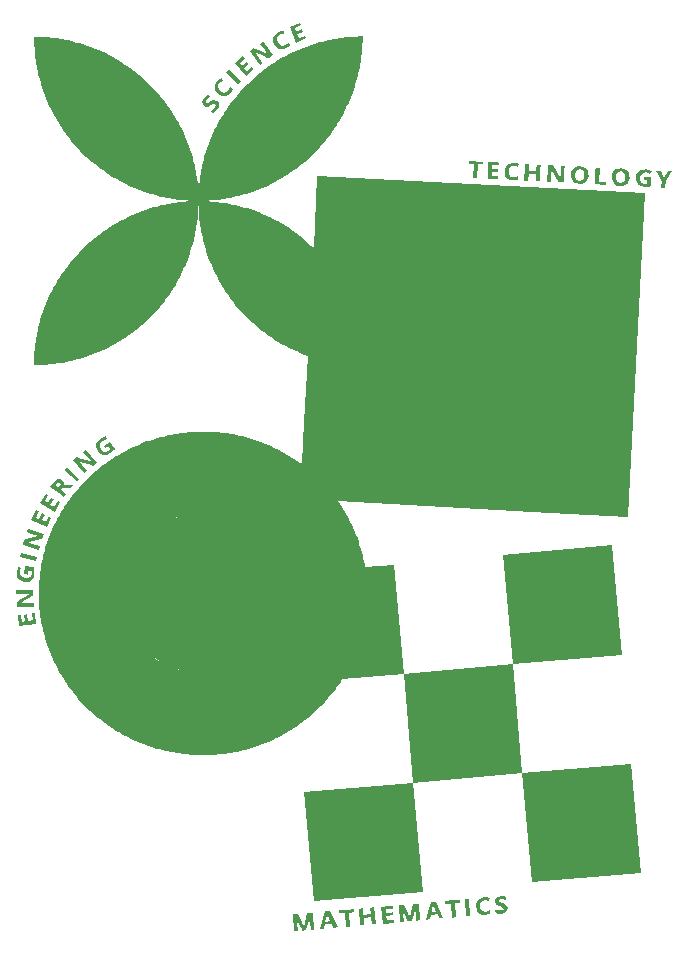
<source format=gbr>
%TF.GenerationSoftware,KiCad,Pcbnew,7.0.10*%
%TF.CreationDate,2024-05-13T16:35:13+02:00*%
%TF.ProjectId,MINT-Labs,4d494e54-2d4c-4616-9273-2e6b69636164,rev?*%
%TF.SameCoordinates,Original*%
%TF.FileFunction,Soldermask,Top*%
%TF.FilePolarity,Negative*%
%FSLAX46Y46*%
G04 Gerber Fmt 4.6, Leading zero omitted, Abs format (unit mm)*
G04 Created by KiCad (PCBNEW 7.0.10) date 2024-05-13 16:35:13*
%MOMM*%
%LPD*%
G01*
G04 APERTURE LIST*
G04 APERTURE END LIST*
%TO.C,die_lustigen_vier*%
G36*
X164963261Y-77663192D02*
G01*
X164251125Y-91242345D01*
X150477753Y-90514024D01*
X151189890Y-76934871D01*
X164963261Y-77663192D01*
G37*
G36*
X135150126Y-98232862D02*
G01*
X135400342Y-98246205D01*
X135648135Y-98268255D01*
X135893347Y-98298857D01*
X136135823Y-98337856D01*
X136375406Y-98385098D01*
X136611939Y-98440429D01*
X136845265Y-98503693D01*
X137075228Y-98574737D01*
X137301671Y-98653406D01*
X137524437Y-98739546D01*
X137743370Y-98833001D01*
X137958314Y-98933617D01*
X138169110Y-99041241D01*
X138375604Y-99155716D01*
X138577638Y-99276890D01*
X138775055Y-99404606D01*
X138967699Y-99538712D01*
X139155413Y-99679051D01*
X139338041Y-99825470D01*
X139515426Y-99977815D01*
X139687410Y-100135930D01*
X139853839Y-100299661D01*
X140014554Y-100468853D01*
X140169400Y-100643353D01*
X140318219Y-100823005D01*
X140460855Y-101007655D01*
X140597152Y-101197149D01*
X140726952Y-101391332D01*
X140850099Y-101590049D01*
X140966437Y-101793146D01*
X141075808Y-102000469D01*
X141178056Y-102211862D01*
X141273025Y-102427172D01*
X141360557Y-102646243D01*
X141440497Y-102868922D01*
X141512686Y-103095054D01*
X141576970Y-103324483D01*
X141633191Y-103557057D01*
X141681192Y-103792620D01*
X141720817Y-104031017D01*
X141751909Y-104272095D01*
X141774312Y-104515698D01*
X141787868Y-104761673D01*
X141792422Y-105009864D01*
X141787868Y-105259087D01*
X141774312Y-105506000D01*
X141751909Y-105750453D01*
X141720817Y-105992293D01*
X141681192Y-106231371D01*
X141633191Y-106467534D01*
X141576970Y-106700630D01*
X141512686Y-106930510D01*
X141440497Y-107157021D01*
X141360557Y-107380012D01*
X141273025Y-107599332D01*
X141178056Y-107814829D01*
X141075808Y-108026353D01*
X140966437Y-108233751D01*
X140850099Y-108436872D01*
X140726952Y-108635566D01*
X140597152Y-108829680D01*
X140460855Y-109019064D01*
X140318219Y-109203567D01*
X140169400Y-109383035D01*
X140014554Y-109557320D01*
X139853839Y-109726268D01*
X139687410Y-109889730D01*
X139515426Y-110047553D01*
X139338041Y-110199586D01*
X139155413Y-110345678D01*
X138967699Y-110485678D01*
X138775055Y-110619433D01*
X138577638Y-110746794D01*
X138375604Y-110867608D01*
X138169110Y-110981725D01*
X137958314Y-111088992D01*
X137743370Y-111189259D01*
X137524437Y-111282374D01*
X137301671Y-111368187D01*
X137075228Y-111446544D01*
X136845265Y-111517296D01*
X136611939Y-111580291D01*
X136375406Y-111635378D01*
X136135823Y-111682405D01*
X135893347Y-111721221D01*
X135648135Y-111751675D01*
X135400342Y-111773614D01*
X135150126Y-111786889D01*
X134897643Y-111791348D01*
X134645161Y-111786866D01*
X134394945Y-111773523D01*
X134147152Y-111751473D01*
X133901939Y-111720871D01*
X133659463Y-111681872D01*
X133419881Y-111634630D01*
X133183348Y-111579299D01*
X132950022Y-111516035D01*
X132720059Y-111444991D01*
X132493616Y-111366322D01*
X132270849Y-111280182D01*
X132051916Y-111186727D01*
X131836973Y-111086111D01*
X131626176Y-110978487D01*
X131419683Y-110864012D01*
X131217649Y-110742838D01*
X131020232Y-110615122D01*
X130827588Y-110481016D01*
X130639874Y-110340677D01*
X130457246Y-110194258D01*
X130279861Y-110041913D01*
X130107876Y-109883798D01*
X129941448Y-109720067D01*
X129780732Y-109550875D01*
X129625887Y-109376375D01*
X129477067Y-109196723D01*
X129334431Y-109012073D01*
X129198135Y-108822579D01*
X129068335Y-108628396D01*
X128945187Y-108429679D01*
X128828850Y-108226582D01*
X128719479Y-108019259D01*
X128617230Y-107807866D01*
X128522262Y-107592556D01*
X128434730Y-107373485D01*
X128354790Y-107150806D01*
X128282600Y-106924674D01*
X128218317Y-106695245D01*
X128162096Y-106462671D01*
X128114095Y-106227108D01*
X128074470Y-105988711D01*
X128043378Y-105747633D01*
X128020975Y-105504030D01*
X128007419Y-105258055D01*
X128002865Y-105009864D01*
X128007419Y-104761673D01*
X128020975Y-104515698D01*
X128043378Y-104272095D01*
X128074470Y-104031017D01*
X128114095Y-103792620D01*
X128162096Y-103557057D01*
X128218317Y-103324483D01*
X128282600Y-103095054D01*
X128354790Y-102868922D01*
X128434730Y-102646243D01*
X128522262Y-102427172D01*
X128617230Y-102211862D01*
X128719479Y-102000469D01*
X128828850Y-101793146D01*
X128945187Y-101590049D01*
X129068335Y-101391332D01*
X129198135Y-101197149D01*
X129334431Y-101007655D01*
X129477067Y-100823005D01*
X129625887Y-100643353D01*
X129780732Y-100468853D01*
X129941448Y-100299661D01*
X130107876Y-100135930D01*
X130279861Y-99977815D01*
X130457246Y-99825470D01*
X130639874Y-99679051D01*
X130827588Y-99538712D01*
X131020232Y-99404606D01*
X131217649Y-99276890D01*
X131419683Y-99155716D01*
X131626176Y-99041241D01*
X131836973Y-98933617D01*
X132051916Y-98833001D01*
X132270849Y-98739546D01*
X132493616Y-98653406D01*
X132720059Y-98574737D01*
X132950022Y-98503693D01*
X133183348Y-98440429D01*
X133419881Y-98385098D01*
X133659463Y-98337856D01*
X133901939Y-98298857D01*
X134147152Y-98268255D01*
X134394945Y-98246205D01*
X134645161Y-98232862D01*
X134897643Y-98228380D01*
X135150126Y-98232862D01*
G37*
G36*
X167034673Y-68897420D02*
G01*
X167216904Y-68974149D01*
X167363167Y-69086844D01*
X167363167Y-69103029D01*
X167455481Y-69249293D01*
X167508232Y-69431523D01*
X167525017Y-69653316D01*
X167487851Y-69874510D01*
X167411123Y-70052544D01*
X167298428Y-70187419D01*
X167147968Y-70279733D01*
X166957945Y-70332484D01*
X166748140Y-70348066D01*
X166731955Y-70349268D01*
X166510162Y-70312103D01*
X166327932Y-70235374D01*
X166181668Y-70122679D01*
X166089354Y-69965026D01*
X166036603Y-69778600D01*
X166021040Y-69572392D01*
X166375887Y-69572392D01*
X166386002Y-69788865D01*
X166456812Y-69944645D01*
X166578198Y-70039731D01*
X166748140Y-70074124D01*
X166968735Y-70024371D01*
X167110203Y-69870314D01*
X167168948Y-69604762D01*
X167156304Y-69389805D01*
X167092070Y-69232508D01*
X166973212Y-69135904D01*
X166796695Y-69103029D01*
X166618661Y-69129329D01*
X166489181Y-69216323D01*
X166414326Y-69364011D01*
X166375887Y-69572392D01*
X166021040Y-69572392D01*
X166019819Y-69556207D01*
X166056984Y-69335013D01*
X166133712Y-69156979D01*
X166246407Y-69022104D01*
X166396867Y-68922597D01*
X166586890Y-68873443D01*
X166812880Y-68860255D01*
X167034673Y-68897420D01*
G37*
G36*
X170498247Y-69075455D02*
G01*
X170680478Y-69152183D01*
X170826741Y-69264878D01*
X170826741Y-69281063D01*
X170919055Y-69427327D01*
X170971806Y-69609557D01*
X170988591Y-69831350D01*
X170951425Y-70052544D01*
X170874697Y-70230579D01*
X170762002Y-70365453D01*
X170611542Y-70457767D01*
X170421519Y-70510518D01*
X170211714Y-70526100D01*
X170195529Y-70527302D01*
X169973736Y-70490137D01*
X169791506Y-70413408D01*
X169645242Y-70300713D01*
X169552928Y-70143060D01*
X169500177Y-69956634D01*
X169484614Y-69750426D01*
X169839461Y-69750426D01*
X169849577Y-69966899D01*
X169920386Y-70122679D01*
X170041773Y-70217766D01*
X170211714Y-70252159D01*
X170432309Y-70202405D01*
X170573777Y-70048348D01*
X170632522Y-69782796D01*
X170619878Y-69567840D01*
X170555644Y-69410542D01*
X170436786Y-69313939D01*
X170260269Y-69281063D01*
X170082235Y-69307364D01*
X169952755Y-69394357D01*
X169871831Y-69542045D01*
X169839461Y-69750426D01*
X169484614Y-69750426D01*
X169483393Y-69734241D01*
X169520558Y-69513047D01*
X169597287Y-69335013D01*
X169709982Y-69200138D01*
X169860441Y-69100631D01*
X170050464Y-69051477D01*
X170276454Y-69038289D01*
X170498247Y-69075455D01*
G37*
G36*
X164580267Y-68877605D02*
G01*
X164736807Y-69150548D01*
X164923646Y-69476318D01*
X165080186Y-69749261D01*
X165145833Y-69863720D01*
X165145833Y-69633085D01*
X165145833Y-69475282D01*
X165154225Y-69303242D01*
X165169810Y-68983740D01*
X165178202Y-68811700D01*
X165485716Y-68811700D01*
X165479722Y-68917127D01*
X165464736Y-69180357D01*
X165445254Y-69521814D01*
X165425772Y-69861922D01*
X165410786Y-70121106D01*
X165404791Y-70219789D01*
X164983983Y-70219789D01*
X164918337Y-70103646D01*
X164761797Y-69826689D01*
X164574958Y-69496128D01*
X164418417Y-69219172D01*
X164352771Y-69103029D01*
X164352771Y-69347826D01*
X164352771Y-69507652D01*
X164344379Y-69679692D01*
X164328794Y-69999194D01*
X164320401Y-70171234D01*
X164012888Y-70171234D01*
X164018882Y-70065807D01*
X164033868Y-69802577D01*
X164053350Y-69461120D01*
X164072832Y-69121012D01*
X164087818Y-68861828D01*
X164093812Y-68763145D01*
X164514620Y-68763145D01*
X164580267Y-68877605D01*
G37*
G36*
X162459135Y-69232508D02*
G01*
X163090347Y-69264878D01*
X163098739Y-69118614D01*
X163114325Y-68850064D01*
X163122717Y-68714591D01*
X163462600Y-68714591D01*
X163456606Y-68820017D01*
X163441620Y-69083247D01*
X163422138Y-69424704D01*
X163402656Y-69764812D01*
X163387670Y-70023996D01*
X163381676Y-70122679D01*
X163041792Y-70122679D01*
X163074162Y-69507652D01*
X162442950Y-69475282D01*
X162434558Y-69634134D01*
X162418972Y-69926062D01*
X162410580Y-70074124D01*
X162070697Y-70074124D01*
X162076691Y-69968698D01*
X162091677Y-69705468D01*
X162111159Y-69364011D01*
X162130641Y-69023903D01*
X162145627Y-68764719D01*
X162151621Y-68666036D01*
X162491505Y-68666036D01*
X162459135Y-69232508D01*
G37*
G36*
X173610549Y-69248693D02*
G01*
X173901877Y-69847535D01*
X173994191Y-69701272D01*
X174165632Y-69432722D01*
X174257946Y-69297248D01*
X174614014Y-69297248D01*
X174047542Y-70138864D01*
X174039149Y-70280932D01*
X174023564Y-70541689D01*
X174015172Y-70672967D01*
X173675288Y-70672967D01*
X173707658Y-70122679D01*
X173631791Y-69981314D01*
X173464884Y-69671524D01*
X173297977Y-69364769D01*
X173222110Y-69232508D01*
X173594364Y-69232508D01*
X173610549Y-69248693D01*
G37*
G36*
X172621245Y-69157653D02*
G01*
X172849857Y-69232508D01*
X172720378Y-69475282D01*
X172548413Y-69402450D01*
X172364309Y-69378173D01*
X172168067Y-69398404D01*
X172008241Y-69491467D01*
X171905062Y-69651293D01*
X171862577Y-69847535D01*
X171872692Y-70049847D01*
X171943501Y-70203604D01*
X172072981Y-70312852D01*
X172251015Y-70349268D01*
X172461419Y-70349268D01*
X172461419Y-70195511D01*
X172461419Y-70041755D01*
X172153905Y-70041755D01*
X172186275Y-70025570D01*
X172186275Y-69766611D01*
X172817487Y-69798981D01*
X172785117Y-70543487D01*
X172639453Y-70579903D01*
X172493789Y-70592042D01*
X172362286Y-70592042D01*
X172218645Y-70592042D01*
X172004644Y-70554877D01*
X171823013Y-70478148D01*
X171684542Y-70365453D01*
X171592228Y-70219189D01*
X171539478Y-70036959D01*
X171522693Y-69815166D01*
X171553265Y-69597568D01*
X171637786Y-69423131D01*
X171765467Y-69281063D01*
X171932112Y-69181556D01*
X172138320Y-69132401D01*
X172380494Y-69119214D01*
X172621245Y-69157653D01*
G37*
G36*
X161439485Y-68609389D02*
G01*
X161666074Y-68698406D01*
X161536594Y-68941180D01*
X161358560Y-68860255D01*
X161390930Y-68827885D01*
X161212896Y-68795515D01*
X161040931Y-68821816D01*
X160905382Y-68908810D01*
X160810296Y-69062567D01*
X160775903Y-69264878D01*
X160790823Y-69479834D01*
X160858850Y-69637131D01*
X160978467Y-69733735D01*
X161148156Y-69766611D01*
X161324167Y-69766611D01*
X161536594Y-69718056D01*
X161536594Y-69977015D01*
X161330236Y-70019500D01*
X161099601Y-70025570D01*
X160889797Y-69999794D01*
X160715958Y-69927261D01*
X160581684Y-69815166D01*
X160482176Y-69668902D01*
X160433022Y-69486672D01*
X160419834Y-69264878D01*
X160458274Y-69058520D01*
X160533129Y-68876440D01*
X160652493Y-68730776D01*
X160808273Y-68633666D01*
X160998445Y-68577019D01*
X161212896Y-68568926D01*
X161439485Y-68609389D01*
G37*
G36*
X158574753Y-68455632D02*
G01*
X158574753Y-68682221D01*
X158137760Y-68682221D01*
X158131027Y-68804967D01*
X158114971Y-69097073D01*
X158095808Y-69444337D01*
X158079753Y-69732558D01*
X158073020Y-69847535D01*
X157733137Y-69847535D01*
X157797876Y-68666036D01*
X157587472Y-68657943D01*
X157377068Y-68649851D01*
X157377068Y-68390892D01*
X158574753Y-68455632D01*
G37*
G36*
X159185734Y-68495588D02*
G01*
X159497294Y-68512279D01*
X159808853Y-68528970D01*
X159950471Y-68536556D01*
X159950471Y-68779330D01*
X159798813Y-68770938D01*
X159514078Y-68755353D01*
X159351629Y-68746960D01*
X159351629Y-69054474D01*
X159610588Y-69070659D01*
X159869547Y-69086844D01*
X159869547Y-69329618D01*
X159730476Y-69321226D01*
X159469120Y-69305640D01*
X159319259Y-69297248D01*
X159319259Y-69669501D01*
X159901917Y-69701871D01*
X159885732Y-69718056D01*
X159885732Y-69960830D01*
X158963191Y-69912275D01*
X159044116Y-68488002D01*
X159185734Y-68495588D01*
G37*
G36*
X168382818Y-70155049D02*
G01*
X168546465Y-70163441D01*
X168850382Y-70179027D01*
X169014030Y-70187419D01*
X169014030Y-70430193D01*
X168026749Y-70381638D01*
X168032744Y-70276211D01*
X168047730Y-70012981D01*
X168067212Y-69671524D01*
X168086693Y-69331416D01*
X168101680Y-69072233D01*
X168107674Y-68973549D01*
X168447557Y-68973549D01*
X168382818Y-70155049D01*
G37*
G36*
X140806997Y-59455878D02*
G01*
X140450929Y-59698652D01*
X140326369Y-59648155D01*
X140029344Y-59527739D01*
X139674829Y-59384017D01*
X139377803Y-59263601D01*
X139253244Y-59213104D01*
X139413070Y-59405300D01*
X139512203Y-59536802D01*
X139900641Y-60087090D01*
X139657867Y-60265124D01*
X138832436Y-59099809D01*
X139172320Y-58857035D01*
X139295195Y-58905849D01*
X139588207Y-59022251D01*
X139937931Y-59161183D01*
X140230943Y-59277585D01*
X140353819Y-59326398D01*
X140208155Y-59142295D01*
X140111045Y-59018885D01*
X139722607Y-58468597D01*
X139965381Y-58290563D01*
X139981566Y-58290563D01*
X140806997Y-59455878D01*
G37*
G36*
X138427813Y-59731021D02*
G01*
X137990820Y-60103275D01*
X138201224Y-60346049D01*
X138605847Y-59989980D01*
X138767696Y-60184199D01*
X138363073Y-60540268D01*
X138605847Y-60815412D01*
X139042840Y-60443158D01*
X139042840Y-60426973D01*
X139204689Y-60621192D01*
X138508738Y-61220035D01*
X137570012Y-60135645D01*
X138265964Y-59536802D01*
X138427813Y-59731021D01*
G37*
G36*
X143153811Y-56931029D02*
G01*
X142619709Y-57157618D01*
X142749188Y-57448947D01*
X143250921Y-57238543D01*
X143348030Y-57465132D01*
X142846298Y-57675536D01*
X142991962Y-58015419D01*
X143526064Y-57788830D01*
X143509880Y-57805015D01*
X143606989Y-58031604D01*
X142765373Y-58387673D01*
X142215086Y-57060509D01*
X143056702Y-56704440D01*
X143153811Y-56931029D01*
G37*
G36*
X136566547Y-61608473D02*
G01*
X136404697Y-61705582D01*
X136388512Y-61705582D01*
X136242848Y-61818877D01*
X136151808Y-61966564D01*
X136145738Y-62126391D01*
X136206432Y-62294309D01*
X136339958Y-62450089D01*
X136515969Y-62568694D01*
X136679841Y-62609915D01*
X136831575Y-62575269D01*
X136971170Y-62466274D01*
X137076372Y-62312517D01*
X137181574Y-62110206D01*
X137375793Y-62272055D01*
X137286776Y-62464251D01*
X137149204Y-62644308D01*
X136986755Y-62794768D01*
X136820710Y-62887681D01*
X136647471Y-62919452D01*
X136469437Y-62896673D01*
X136291403Y-62823541D01*
X136113369Y-62692863D01*
X135981866Y-62537083D01*
X135886780Y-62369164D01*
X135854410Y-62183038D01*
X135870595Y-61996911D01*
X135943427Y-61812808D01*
X136064814Y-61640843D01*
X136246894Y-61485063D01*
X136453252Y-61365699D01*
X136566547Y-61608473D01*
G37*
G36*
X135449787Y-62968007D02*
G01*
X135271752Y-63097486D01*
X135158458Y-63210781D01*
X135109903Y-63356445D01*
X135158458Y-63453554D01*
X135223198Y-63485924D01*
X135304122Y-63469739D01*
X135514526Y-63356445D01*
X135708745Y-63261358D01*
X135854410Y-63226965D01*
X135838225Y-63210781D01*
X136080999Y-63291705D01*
X136204409Y-63427254D01*
X136242848Y-63599219D01*
X136204409Y-63803553D01*
X136080999Y-64020027D01*
X135923196Y-64198061D01*
X135741115Y-64327540D01*
X135514526Y-64165691D01*
X135654121Y-64078697D01*
X135757300Y-64003842D01*
X135902965Y-63858178D01*
X135967704Y-63696328D01*
X135919150Y-63583034D01*
X135838225Y-63566849D01*
X135741115Y-63583034D01*
X135546896Y-63696328D01*
X135320307Y-63809623D01*
X135142273Y-63809623D01*
X134980424Y-63744883D01*
X134857014Y-63611357D01*
X134818575Y-63453554D01*
X134854991Y-63259335D01*
X134964239Y-63065116D01*
X135126088Y-62887082D01*
X135320307Y-62741418D01*
X135449787Y-62968007D01*
G37*
G36*
X141697168Y-57659351D02*
G01*
X141502949Y-57691721D01*
X141486764Y-57675536D01*
X141324915Y-57740276D01*
X141191389Y-57851547D01*
X141130696Y-57999234D01*
X141134742Y-58179292D01*
X141211620Y-58371488D01*
X141384259Y-58581292D01*
X141578478Y-58658021D01*
X141794277Y-58598077D01*
X141950057Y-58492875D01*
X142117976Y-58339118D01*
X142247455Y-58565707D01*
X142087629Y-58715417D01*
X141891387Y-58840851D01*
X141698367Y-58915781D01*
X141512540Y-58943955D01*
X141341100Y-58921775D01*
X141185245Y-58846246D01*
X141043776Y-58716766D01*
X140920291Y-58533337D01*
X140833298Y-58339118D01*
X140806997Y-58144899D01*
X140825205Y-57960795D01*
X140904107Y-57788830D01*
X141033586Y-57633050D01*
X141211620Y-57513687D01*
X141436186Y-57424670D01*
X141697168Y-57384207D01*
X141697168Y-57659351D01*
G37*
G36*
X138071745Y-61673213D02*
G01*
X137828971Y-61915986D01*
X136825505Y-60896336D01*
X137068279Y-60653562D01*
X138071745Y-61673213D01*
G37*
G36*
X153250746Y-132703197D02*
G01*
X152943232Y-132735567D01*
X152878492Y-132055800D01*
X152878492Y-131942506D01*
X152878492Y-131821119D01*
X152878492Y-131602622D01*
X152570979Y-132751752D01*
X152538609Y-132751752D01*
X152231095Y-132784122D01*
X152180598Y-132671345D01*
X152060182Y-132402417D01*
X151916460Y-132081437D01*
X151796044Y-131812508D01*
X151745547Y-131699732D01*
X151790056Y-131980945D01*
X151810287Y-132152910D01*
X151875027Y-132816492D01*
X151567513Y-132848862D01*
X151438034Y-131424588D01*
X151891212Y-131392218D01*
X151940025Y-131501628D01*
X152056427Y-131762529D01*
X152195359Y-132073927D01*
X152311761Y-132334828D01*
X152360575Y-132444238D01*
X152668088Y-131311294D01*
X153121266Y-131278924D01*
X153250746Y-132703197D01*
G37*
G36*
X144284297Y-133480074D02*
G01*
X143976783Y-133512443D01*
X143912043Y-132832677D01*
X143912043Y-132719382D01*
X143912043Y-132597995D01*
X143912043Y-132379499D01*
X143604530Y-133528628D01*
X143572160Y-133528628D01*
X143264646Y-133560998D01*
X143214149Y-133448222D01*
X143093734Y-133179293D01*
X142950012Y-132858313D01*
X142829596Y-132589385D01*
X142779099Y-132476608D01*
X142823607Y-132757821D01*
X142843838Y-132929786D01*
X142908578Y-133593368D01*
X142601065Y-133625738D01*
X142471585Y-132201464D01*
X142924763Y-132169095D01*
X142973577Y-132278505D01*
X143089979Y-132539406D01*
X143228910Y-132850804D01*
X143345312Y-133111705D01*
X143394126Y-133221115D01*
X143701639Y-132088170D01*
X144154817Y-132055800D01*
X144284297Y-133480074D01*
G37*
G36*
X146267475Y-133286542D02*
G01*
X145918974Y-133318224D01*
X145773310Y-132994526D01*
X145223022Y-133040383D01*
X145190653Y-133043081D01*
X145109728Y-133399149D01*
X144753660Y-133431519D01*
X144939279Y-132799038D01*
X145239506Y-132799038D01*
X145643831Y-132767937D01*
X145531135Y-132515572D01*
X145454407Y-132345930D01*
X145417242Y-132266204D01*
X145384872Y-132169095D01*
X145357897Y-132293179D01*
X145309342Y-132503583D01*
X145239506Y-132799038D01*
X144939279Y-132799038D01*
X145190653Y-131942506D01*
X145595276Y-131910136D01*
X146267475Y-133286542D01*
G37*
G36*
X146275043Y-133302039D02*
G01*
X146267475Y-133286542D01*
X146275043Y-133285855D01*
X146275043Y-133302039D01*
G37*
G36*
X155233922Y-132493481D02*
G01*
X154885423Y-132525163D01*
X154739759Y-132201464D01*
X154205656Y-132245973D01*
X154157101Y-132250019D01*
X154076177Y-132606088D01*
X153720108Y-132638457D01*
X153905727Y-132005976D01*
X154222140Y-132005976D01*
X154626464Y-131974875D01*
X154513769Y-131722511D01*
X154437041Y-131552869D01*
X154399875Y-131473143D01*
X154367505Y-131376033D01*
X154340530Y-131500118D01*
X154291976Y-131710522D01*
X154222140Y-132005976D01*
X153905727Y-132005976D01*
X154157101Y-131149444D01*
X154561724Y-131117074D01*
X155233922Y-132493481D01*
G37*
G36*
X155241491Y-132508978D02*
G01*
X155233922Y-132493481D01*
X155241491Y-132492793D01*
X155241491Y-132508978D01*
G37*
G36*
X149495843Y-133010711D02*
G01*
X149155959Y-133043081D01*
X149107405Y-132428053D01*
X148476192Y-132476608D01*
X148524747Y-133091635D01*
X148184864Y-133124005D01*
X148055384Y-131699732D01*
X148395268Y-131667362D01*
X148443823Y-132233834D01*
X149075035Y-132185280D01*
X149026480Y-131618807D01*
X149366363Y-131586437D01*
X149495843Y-133010711D01*
G37*
G36*
X156601025Y-131214184D02*
G01*
X156164032Y-131246554D01*
X156180217Y-131246554D01*
X156277327Y-132428053D01*
X155937443Y-132460423D01*
X155840334Y-131278924D01*
X155619814Y-131295109D01*
X155387156Y-131311294D01*
X155387156Y-131052335D01*
X155511844Y-131042235D01*
X155809776Y-131018152D01*
X156166751Y-130989408D01*
X156468568Y-130965325D01*
X156601025Y-130955225D01*
X156601025Y-131214184D01*
G37*
G36*
X147634576Y-132007245D02*
G01*
X147197583Y-132039615D01*
X147213768Y-132039615D01*
X147310878Y-133221115D01*
X146970994Y-133253485D01*
X146873885Y-132071985D01*
X146653365Y-132088170D01*
X146420707Y-132104355D01*
X146420707Y-131845396D01*
X146545396Y-131835297D01*
X146843328Y-131811214D01*
X147200302Y-131782469D01*
X147502119Y-131758386D01*
X147634576Y-131748287D01*
X147634576Y-132007245D01*
G37*
G36*
X158901308Y-130752914D02*
G01*
X159142058Y-130809561D01*
X159061134Y-131068520D01*
X158883100Y-131019965D01*
X158883100Y-131003780D01*
X158705065Y-131003780D01*
X158549285Y-131054358D01*
X158429922Y-131165629D01*
X158359113Y-131333548D01*
X158348997Y-131537882D01*
X158419132Y-131791446D01*
X158564796Y-131937111D01*
X158785990Y-131974875D01*
X158972117Y-131936436D01*
X159206798Y-131861581D01*
X159206798Y-132120540D01*
X159000440Y-132201464D01*
X158769805Y-132233834D01*
X158548012Y-132232036D01*
X158365781Y-132187078D01*
X158219518Y-132088170D01*
X158106823Y-131946102D01*
X158030094Y-131771665D01*
X157992929Y-131554067D01*
X157992929Y-131333548D01*
X158041483Y-131149444D01*
X158144662Y-130993664D01*
X158284257Y-130874301D01*
X158466338Y-130779214D01*
X158672696Y-130744821D01*
X158901308Y-130752914D01*
G37*
G36*
X160566332Y-130696266D02*
G01*
X160485407Y-130939040D01*
X160275003Y-130890485D01*
X160113154Y-130890485D01*
X159967490Y-130939040D01*
X159918935Y-131052335D01*
X159951305Y-131117074D01*
X160016044Y-131165629D01*
X160242633Y-131246554D01*
X160440899Y-131321409D01*
X160566332Y-131408403D01*
X160566332Y-131424588D01*
X160663441Y-131651177D01*
X160641187Y-131831234D01*
X160533962Y-131974875D01*
X160353905Y-132078054D01*
X160113154Y-132120540D01*
X159874426Y-132120540D01*
X159659976Y-132071985D01*
X159627606Y-131796841D01*
X159777317Y-131841350D01*
X159902750Y-131861581D01*
X160113154Y-131861581D01*
X160275003Y-131813026D01*
X160323558Y-131699732D01*
X160291188Y-131634992D01*
X160210263Y-131586437D01*
X159999859Y-131505513D01*
X159773270Y-131408403D01*
X159643791Y-131278924D01*
X159579051Y-131100889D01*
X159599283Y-130928925D01*
X159692346Y-130793376D01*
X159862288Y-130690197D01*
X160080784Y-130647712D01*
X160323558Y-130647712D01*
X160566332Y-130696266D01*
G37*
G36*
X150920116Y-131715917D02*
G01*
X150337459Y-131764471D01*
X150369829Y-132071985D01*
X150513095Y-132059397D01*
X150782245Y-132036019D01*
X150936301Y-132023430D01*
X150936301Y-132266204D01*
X150402199Y-132314759D01*
X150434568Y-132687012D01*
X151017226Y-132638457D01*
X151017226Y-132654642D01*
X151017226Y-132897416D01*
X150110870Y-132978341D01*
X149981391Y-131554067D01*
X150125790Y-131541423D01*
X150444684Y-131513605D01*
X150766612Y-131485787D01*
X150920116Y-131473143D01*
X150920116Y-131715917D01*
G37*
G36*
X157507381Y-132314759D02*
G01*
X157167497Y-132347129D01*
X157038018Y-130922855D01*
X157377902Y-130890485D01*
X157507381Y-132314759D01*
G37*
G36*
X124949425Y-92851437D02*
G01*
X125888151Y-93935827D01*
X125564452Y-94210970D01*
X125436527Y-94172256D01*
X125131473Y-94079937D01*
X124767377Y-93969750D01*
X124462324Y-93877431D01*
X124334398Y-93838717D01*
X124502317Y-94008659D01*
X124609542Y-94130046D01*
X125046535Y-94647963D01*
X124819946Y-94842183D01*
X123881220Y-93757792D01*
X124204919Y-93482649D01*
X124332844Y-93519680D01*
X124637898Y-93607985D01*
X125001994Y-93713381D01*
X125307047Y-93801686D01*
X125434973Y-93838717D01*
X125267054Y-93668775D01*
X125159829Y-93547388D01*
X124722836Y-93029471D01*
X124949425Y-92835252D01*
X124949425Y-92851437D01*
G37*
G36*
X121404927Y-99988989D02*
G01*
X121275447Y-100393612D01*
X121145838Y-100427277D01*
X120836771Y-100507554D01*
X120467884Y-100603369D01*
X120158817Y-100683646D01*
X120029208Y-100717311D01*
X120259843Y-100780027D01*
X120417646Y-100830605D01*
X121048858Y-101041009D01*
X120951749Y-101332338D01*
X119592215Y-100879160D01*
X119721694Y-100474537D01*
X119851303Y-100440872D01*
X120160370Y-100360595D01*
X120529257Y-100264780D01*
X120838325Y-100184503D01*
X120967934Y-100150838D01*
X120745391Y-100088122D01*
X120595680Y-100037544D01*
X119948283Y-99827140D01*
X120045393Y-99535811D01*
X121404927Y-99988989D01*
G37*
G36*
X122958679Y-95376285D02*
G01*
X123088159Y-95570504D01*
X123112436Y-95702007D01*
X123088159Y-95845648D01*
X123444227Y-95845648D01*
X123703186Y-95845648D01*
X123865035Y-95845648D01*
X123638446Y-96136977D01*
X122974864Y-96104607D01*
X122958679Y-96088422D01*
X122845385Y-96234086D01*
X123282378Y-96573970D01*
X123071974Y-96849113D01*
X122651166Y-96524490D01*
X121939029Y-95975127D01*
X122029329Y-95859744D01*
X122361507Y-95859744D01*
X122651166Y-96088422D01*
X122715905Y-96007497D01*
X122829200Y-95797093D01*
X122764460Y-95651429D01*
X122602611Y-95619059D01*
X122424577Y-95780908D01*
X122361507Y-95859744D01*
X122029329Y-95859744D01*
X122230358Y-95602874D01*
X122422554Y-95400562D01*
X122602611Y-95295360D01*
X122786715Y-95293337D01*
X122958679Y-95376285D01*
G37*
G36*
X121777180Y-96703449D02*
G01*
X121469666Y-97205182D01*
X121744810Y-97367031D01*
X122019954Y-96913853D01*
X122230358Y-97043332D01*
X121955214Y-97496510D01*
X122262728Y-97690730D01*
X122570241Y-97188997D01*
X122586426Y-97188997D01*
X122796830Y-97318476D01*
X122311282Y-98095353D01*
X121081228Y-97350846D01*
X121566776Y-96573970D01*
X121777180Y-96703449D01*
G37*
G36*
X126713582Y-91961266D02*
G01*
X126537571Y-92007797D01*
X126373699Y-92090745D01*
X126223988Y-92226294D01*
X126147110Y-92398259D01*
X126145087Y-92584385D01*
X126228034Y-92770512D01*
X126373699Y-92928315D01*
X126519363Y-93013286D01*
X126675143Y-93023401D01*
X126843061Y-92948546D01*
X127004911Y-92819067D01*
X126843061Y-92576293D01*
X126614517Y-92719132D01*
X126470808Y-92511553D01*
X127004911Y-92171670D01*
X127409534Y-92786697D01*
X127304332Y-92897968D01*
X127199130Y-92997101D01*
X127085835Y-93078026D01*
X126972541Y-93158950D01*
X126771728Y-93268648D01*
X126585302Y-93313606D01*
X126406068Y-93304615D01*
X126238225Y-93241074D01*
X126088364Y-93119987D01*
X125952891Y-92948546D01*
X125862375Y-92758523D01*
X125822212Y-92572097D01*
X125839596Y-92382074D01*
X125919322Y-92198045D01*
X126056594Y-92032000D01*
X126244219Y-91880341D01*
X126450577Y-91773116D01*
X126681212Y-91702307D01*
X126713582Y-91961266D01*
G37*
G36*
X126616473Y-92721957D02*
G01*
X126584103Y-92738142D01*
X126614517Y-92719132D01*
X126616473Y-92721957D01*
G37*
G36*
X120967934Y-98079168D02*
G01*
X120708975Y-98597085D01*
X120984118Y-98726565D01*
X121226892Y-98241017D01*
X121453481Y-98354311D01*
X121210707Y-98839859D01*
X121550591Y-99001709D01*
X121809550Y-98483791D01*
X122036139Y-98597085D01*
X121631515Y-99422517D01*
X120336721Y-98791304D01*
X120741345Y-97965873D01*
X120967934Y-98079168D01*
G37*
G36*
X120514756Y-105135796D02*
G01*
X120403662Y-105211541D01*
X120138747Y-105392165D01*
X119822559Y-105607748D01*
X119557644Y-105788372D01*
X119446551Y-105864117D01*
X119691348Y-105835794D01*
X119851174Y-105831747D01*
X120027410Y-105831747D01*
X120354705Y-105831747D01*
X120530941Y-105831747D01*
X120530941Y-106139261D01*
X120424240Y-106141659D01*
X120157488Y-106147653D01*
X119810711Y-106155446D01*
X119463934Y-106163239D01*
X119197183Y-106169233D01*
X119090482Y-106171631D01*
X119090482Y-105750823D01*
X119199892Y-105676760D01*
X119460793Y-105500151D01*
X119772191Y-105289358D01*
X120033092Y-105112748D01*
X120142502Y-105038686D01*
X119911867Y-105052848D01*
X119754064Y-105054871D01*
X119577828Y-105054871D01*
X119250533Y-105054871D01*
X119074297Y-105054871D01*
X119074297Y-104747357D01*
X119074297Y-104731172D01*
X119180998Y-104728775D01*
X119447749Y-104722780D01*
X119794526Y-104714987D01*
X120141303Y-104707195D01*
X120408055Y-104701200D01*
X120514756Y-104698802D01*
X120514756Y-105135796D01*
G37*
G36*
X119495105Y-102837536D02*
G01*
X119414181Y-103009501D01*
X119381811Y-103193604D01*
X119393950Y-103389847D01*
X119478920Y-103549673D01*
X119624585Y-103669037D01*
X119818804Y-103727707D01*
X120029208Y-103725684D01*
X120191057Y-103662967D01*
X120308398Y-103541580D01*
X120352906Y-103371639D01*
X120352906Y-103161235D01*
X120061578Y-103128865D01*
X120029208Y-103436378D01*
X119996838Y-103404008D01*
X119737879Y-103371639D01*
X119802619Y-102740426D01*
X120547125Y-102821351D01*
X120575449Y-102967015D01*
X120579495Y-103112680D01*
X120579495Y-103244182D01*
X120579495Y-103387823D01*
X120541730Y-103609017D01*
X120460806Y-103787052D01*
X120336721Y-103921926D01*
X120179068Y-104013041D01*
X119992642Y-104057400D01*
X119770249Y-104051405D01*
X119560444Y-104008845D01*
X119386606Y-103915932D01*
X119252331Y-103776262D01*
X119154023Y-103598228D01*
X119113261Y-103387823D01*
X119122852Y-103145050D01*
X119171407Y-102912391D01*
X119268516Y-102691872D01*
X119495105Y-102837536D01*
G37*
G36*
X120757529Y-107579719D02*
G01*
X119333256Y-107790123D01*
X119203777Y-106883768D01*
X119446551Y-106851398D01*
X119527475Y-107417870D01*
X119834989Y-107369315D01*
X119754064Y-106835213D01*
X119996838Y-106802843D01*
X120077763Y-107336945D01*
X120450016Y-107288391D01*
X120369091Y-106721918D01*
X120385276Y-106705733D01*
X120628050Y-106673363D01*
X120757529Y-107579719D01*
G37*
G36*
X124399138Y-95295360D02*
G01*
X124172549Y-95538134D01*
X123120529Y-94550854D01*
X123347118Y-94308080D01*
X124399138Y-95295360D01*
G37*
G36*
X120838454Y-101947365D02*
G01*
X120773714Y-102271064D01*
X119365626Y-101963550D01*
X119430366Y-101639851D01*
X120838454Y-101947365D01*
G37*
G36*
X172326936Y-71119723D02*
G01*
X170886415Y-98520611D01*
X164250595Y-98172545D01*
X146328003Y-97232456D01*
X146469608Y-97437877D01*
X146607492Y-97645932D01*
X146741609Y-97856575D01*
X146871914Y-98069760D01*
X146998364Y-98285441D01*
X147120913Y-98503571D01*
X147239516Y-98724103D01*
X147354129Y-98946991D01*
X147464708Y-99172189D01*
X147571206Y-99399650D01*
X147673580Y-99629327D01*
X147771784Y-99861175D01*
X147865775Y-100095147D01*
X147955507Y-100331195D01*
X148040935Y-100569275D01*
X148122015Y-100809339D01*
X148198703Y-101051340D01*
X148270952Y-101295234D01*
X148338719Y-101540972D01*
X148401959Y-101788508D01*
X148460626Y-102037796D01*
X148514677Y-102288790D01*
X148564067Y-102541443D01*
X148608750Y-102795709D01*
X151058300Y-102581385D01*
X151865334Y-111804896D01*
X161092322Y-110997547D01*
X161900620Y-120236231D01*
X152661936Y-121044529D01*
X151854902Y-111821018D01*
X146654231Y-112276219D01*
X146520588Y-112481690D01*
X146383383Y-112684649D01*
X146242661Y-112885052D01*
X146098463Y-113082856D01*
X145950832Y-113278017D01*
X145799812Y-113470491D01*
X145645446Y-113660236D01*
X145487775Y-113847206D01*
X145326844Y-114031358D01*
X145162695Y-114212649D01*
X144995370Y-114391035D01*
X144824914Y-114566472D01*
X144651368Y-114738917D01*
X144474775Y-114908326D01*
X144295180Y-115074655D01*
X144112623Y-115237860D01*
X143927148Y-115397899D01*
X143738799Y-115554726D01*
X143547618Y-115708299D01*
X143353647Y-115858574D01*
X143156931Y-116005507D01*
X142957511Y-116149055D01*
X142755430Y-116289173D01*
X142550732Y-116425819D01*
X142343460Y-116558947D01*
X142133655Y-116688516D01*
X141921362Y-116814481D01*
X141706622Y-116936798D01*
X141489480Y-117055424D01*
X141269977Y-117170314D01*
X141048157Y-117281427D01*
X140824062Y-117388716D01*
X140597736Y-117492140D01*
X140369221Y-117591654D01*
X140138560Y-117687215D01*
X139905796Y-117778779D01*
X139670972Y-117866302D01*
X139434132Y-117949740D01*
X139195316Y-118029051D01*
X138954570Y-118104190D01*
X138711935Y-118175113D01*
X138467454Y-118241777D01*
X138221171Y-118304138D01*
X137973128Y-118362153D01*
X137723368Y-118415778D01*
X137471934Y-118464969D01*
X137218869Y-118509682D01*
X136964215Y-118549874D01*
X136708016Y-118585501D01*
X136450315Y-118616520D01*
X136191154Y-118642886D01*
X135930576Y-118664556D01*
X135668624Y-118681487D01*
X135405342Y-118693635D01*
X135140771Y-118700955D01*
X134891077Y-118703257D01*
X134874956Y-118703405D01*
X134622573Y-118701189D01*
X134371271Y-118694566D01*
X134121090Y-118683573D01*
X133872067Y-118668248D01*
X133624240Y-118648628D01*
X133377647Y-118624752D01*
X133132327Y-118596655D01*
X132888317Y-118564377D01*
X132645656Y-118527954D01*
X132404382Y-118487423D01*
X132164534Y-118442824D01*
X131926148Y-118394192D01*
X131689264Y-118341565D01*
X131453919Y-118284982D01*
X131220152Y-118224478D01*
X130988001Y-118160093D01*
X130757503Y-118091863D01*
X130528698Y-118019826D01*
X130301623Y-117944020D01*
X130076316Y-117864481D01*
X129852816Y-117781248D01*
X129631161Y-117694358D01*
X129411388Y-117603848D01*
X129193537Y-117509757D01*
X128977644Y-117412120D01*
X128763749Y-117310977D01*
X128551889Y-117206364D01*
X128342103Y-117098319D01*
X128134428Y-116986880D01*
X127928903Y-116872083D01*
X127725566Y-116753967D01*
X127524456Y-116632569D01*
X127325609Y-116507927D01*
X127129065Y-116380077D01*
X126934862Y-116249058D01*
X126743037Y-116114907D01*
X126553629Y-115977662D01*
X126366677Y-115837359D01*
X126182217Y-115694037D01*
X126000289Y-115547733D01*
X125820930Y-115398485D01*
X125644178Y-115246329D01*
X125470073Y-115091305D01*
X125298651Y-114933448D01*
X125129951Y-114772797D01*
X124964012Y-114609388D01*
X124800870Y-114443261D01*
X124640566Y-114274451D01*
X124483136Y-114102997D01*
X124328618Y-113928936D01*
X124177052Y-113752305D01*
X124028474Y-113573143D01*
X123882924Y-113391486D01*
X123740439Y-113207373D01*
X123601058Y-113020839D01*
X123464818Y-112831924D01*
X123331758Y-112640665D01*
X123201916Y-112447099D01*
X123075330Y-112251263D01*
X122952038Y-112053195D01*
X122832078Y-111852933D01*
X122715489Y-111650514D01*
X122602309Y-111445976D01*
X122492575Y-111239356D01*
X122386327Y-111030691D01*
X122283601Y-110820020D01*
X122184437Y-110607379D01*
X122088872Y-110392807D01*
X121996945Y-110176340D01*
X121908693Y-109958016D01*
X121824155Y-109737873D01*
X121743369Y-109515948D01*
X121666373Y-109292278D01*
X121593205Y-109066902D01*
X121523904Y-108839857D01*
X121458508Y-108611179D01*
X121397054Y-108380908D01*
X121339580Y-108149079D01*
X121286126Y-107915731D01*
X121236729Y-107680902D01*
X121191427Y-107444628D01*
X121150259Y-107206947D01*
X121113262Y-106967897D01*
X121080475Y-106727516D01*
X121051936Y-106485840D01*
X121027683Y-106242907D01*
X121007754Y-105998755D01*
X120992187Y-105753421D01*
X120981020Y-105506943D01*
X120974293Y-105259358D01*
X120972041Y-105010704D01*
X127996362Y-105010704D01*
X128000916Y-105258894D01*
X128014472Y-105504869D01*
X128036874Y-105748472D01*
X128067966Y-105989550D01*
X128107590Y-106227948D01*
X128155590Y-106463512D01*
X128211810Y-106696086D01*
X128276093Y-106925517D01*
X128348281Y-107151650D01*
X128428219Y-107374330D01*
X128515750Y-107593403D01*
X128610718Y-107808714D01*
X128712964Y-108020109D01*
X128822334Y-108227433D01*
X128938670Y-108430532D01*
X129061815Y-108629251D01*
X129191613Y-108823436D01*
X129327908Y-109012932D01*
X129470542Y-109197584D01*
X129619360Y-109377238D01*
X129774203Y-109551740D01*
X129934917Y-109720935D01*
X130101343Y-109884668D01*
X130273326Y-110042785D01*
X130450709Y-110195132D01*
X130633335Y-110341553D01*
X130821047Y-110481895D01*
X131013689Y-110616002D01*
X131211104Y-110743721D01*
X131413136Y-110864897D01*
X131619628Y-110979374D01*
X131830423Y-111086999D01*
X132045364Y-111187618D01*
X132264296Y-111281075D01*
X132487060Y-111367216D01*
X132713502Y-111445886D01*
X132943463Y-111516932D01*
X133176788Y-111580197D01*
X133413320Y-111635529D01*
X133652901Y-111682773D01*
X133895376Y-111721773D01*
X134140588Y-111752375D01*
X134388380Y-111774425D01*
X134638595Y-111787769D01*
X134891077Y-111792251D01*
X135143560Y-111787792D01*
X135393775Y-111774517D01*
X135641567Y-111752576D01*
X135886779Y-111722122D01*
X136129254Y-111683305D01*
X136368835Y-111636277D01*
X136605367Y-111581190D01*
X136838692Y-111518193D01*
X137068653Y-111447440D01*
X137295094Y-111369081D01*
X137517859Y-111283267D01*
X137736791Y-111190150D01*
X137951732Y-111089881D01*
X138162527Y-110982612D01*
X138369019Y-110868493D01*
X138571051Y-110747677D01*
X138768466Y-110620314D01*
X138961108Y-110486556D01*
X139148820Y-110346555D01*
X139331446Y-110200460D01*
X139508829Y-110048425D01*
X139680812Y-109890600D01*
X139847238Y-109727136D01*
X140007951Y-109558185D01*
X140162795Y-109383899D01*
X140311612Y-109204428D01*
X140454247Y-109019923D01*
X140590541Y-108830537D01*
X140720340Y-108636421D01*
X140843485Y-108437725D01*
X140959821Y-108234602D01*
X141069191Y-108027202D01*
X141171437Y-107815677D01*
X141266404Y-107600178D01*
X141353935Y-107380857D01*
X141433873Y-107157865D01*
X141506062Y-106931353D01*
X141570345Y-106701472D01*
X141626564Y-106468374D01*
X141674565Y-106232211D01*
X141714189Y-105993133D01*
X141745281Y-105751292D01*
X141767683Y-105506839D01*
X141781239Y-105259926D01*
X141785793Y-105010704D01*
X141781239Y-104762514D01*
X141767683Y-104516541D01*
X141745281Y-104272940D01*
X141714189Y-104031865D01*
X141674565Y-103793471D01*
X141626564Y-103557912D01*
X141570345Y-103325343D01*
X141506062Y-103095918D01*
X141433873Y-102869792D01*
X141353935Y-102647119D01*
X141266404Y-102428053D01*
X141171437Y-102212750D01*
X141069191Y-102001364D01*
X140959821Y-101794048D01*
X140843485Y-101590959D01*
X140720340Y-101392249D01*
X140590541Y-101198074D01*
X140454247Y-101008589D01*
X140311612Y-100823947D01*
X140162795Y-100644303D01*
X140007951Y-100469811D01*
X139847238Y-100300627D01*
X139680812Y-100136904D01*
X139508829Y-99978797D01*
X139331446Y-99826461D01*
X139148820Y-99680050D01*
X138961108Y-99539719D01*
X138768466Y-99405621D01*
X138571051Y-99277912D01*
X138369019Y-99156746D01*
X138162527Y-99042278D01*
X137951732Y-98934661D01*
X137736791Y-98834052D01*
X137517859Y-98740603D01*
X137295094Y-98654469D01*
X137068653Y-98575806D01*
X136838692Y-98504767D01*
X136605367Y-98441506D01*
X136368835Y-98386180D01*
X136129254Y-98338941D01*
X135886779Y-98299945D01*
X135641567Y-98269345D01*
X135393775Y-98247297D01*
X135143560Y-98233955D01*
X134891077Y-98229474D01*
X134638595Y-98233955D01*
X134388380Y-98247297D01*
X134140588Y-98269345D01*
X133895376Y-98299945D01*
X133652901Y-98338941D01*
X133413320Y-98386180D01*
X133176788Y-98441506D01*
X132943463Y-98504767D01*
X132713502Y-98575806D01*
X132487060Y-98654469D01*
X132264296Y-98740603D01*
X132045364Y-98834052D01*
X131830423Y-98934661D01*
X131619628Y-99042278D01*
X131413136Y-99156746D01*
X131211104Y-99277912D01*
X131013689Y-99405621D01*
X130821047Y-99539719D01*
X130633335Y-99680050D01*
X130450709Y-99826461D01*
X130273326Y-99978797D01*
X130101343Y-100136904D01*
X129934917Y-100300627D01*
X129774203Y-100469811D01*
X129619360Y-100644303D01*
X129470542Y-100823947D01*
X129327908Y-101008589D01*
X129191613Y-101198074D01*
X129061815Y-101392249D01*
X128938670Y-101590959D01*
X128822334Y-101794048D01*
X128712964Y-102001364D01*
X128610718Y-102212750D01*
X128515750Y-102428053D01*
X128428219Y-102647119D01*
X128348281Y-102869792D01*
X128276093Y-103095918D01*
X128211810Y-103325343D01*
X128155590Y-103557912D01*
X128107590Y-103793471D01*
X128067966Y-104031865D01*
X128036874Y-104272940D01*
X128014472Y-104516541D01*
X128000916Y-104762514D01*
X127996362Y-105010704D01*
X120972041Y-105010704D01*
X120974814Y-104761528D01*
X120982041Y-104513444D01*
X120993684Y-104266491D01*
X121009705Y-104020704D01*
X121030068Y-103776121D01*
X121054733Y-103532779D01*
X121083664Y-103290715D01*
X121116823Y-103049966D01*
X121154172Y-102810570D01*
X121195674Y-102572563D01*
X121241291Y-102335983D01*
X121290986Y-102100866D01*
X121344720Y-101867250D01*
X121402457Y-101635172D01*
X121464158Y-101404669D01*
X121529786Y-101175779D01*
X121599303Y-100948537D01*
X121672672Y-100722982D01*
X121749856Y-100499150D01*
X121830815Y-100277079D01*
X121915513Y-100056805D01*
X122003913Y-99838367D01*
X122095976Y-99621800D01*
X122191665Y-99407142D01*
X122290942Y-99194430D01*
X122393770Y-98983702D01*
X122500110Y-98774994D01*
X122609927Y-98568344D01*
X122723181Y-98363788D01*
X122839835Y-98161363D01*
X122959851Y-97961108D01*
X123083193Y-97763058D01*
X123209821Y-97567252D01*
X123339700Y-97373726D01*
X123472790Y-97182517D01*
X123609055Y-96993662D01*
X123748456Y-96807199D01*
X123890956Y-96623164D01*
X124036518Y-96441595D01*
X124185104Y-96262529D01*
X124336676Y-96086003D01*
X124491196Y-95912054D01*
X124648628Y-95740720D01*
X124808933Y-95572036D01*
X124972073Y-95406041D01*
X125138012Y-95242771D01*
X125306711Y-95082264D01*
X125478132Y-94924557D01*
X125652239Y-94769686D01*
X125828994Y-94617690D01*
X126008358Y-94468604D01*
X126190295Y-94322467D01*
X126374766Y-94179315D01*
X126561734Y-94039186D01*
X126751162Y-93902116D01*
X126943012Y-93768142D01*
X127137245Y-93637303D01*
X127333825Y-93509634D01*
X127532714Y-93385173D01*
X127733875Y-93263957D01*
X127937268Y-93146024D01*
X128142858Y-93031410D01*
X128350607Y-92920152D01*
X128560476Y-92812288D01*
X128772428Y-92707854D01*
X128986425Y-92606888D01*
X129202431Y-92509427D01*
X129420406Y-92415508D01*
X129640314Y-92325168D01*
X129862118Y-92238445D01*
X130085778Y-92155374D01*
X130311258Y-92075994D01*
X130538520Y-92000342D01*
X130767527Y-91928454D01*
X130998241Y-91860368D01*
X131230623Y-91796121D01*
X131464637Y-91735750D01*
X131700246Y-91679292D01*
X131937410Y-91626785D01*
X132176093Y-91578264D01*
X132416257Y-91533768D01*
X132657865Y-91493334D01*
X132900878Y-91456998D01*
X133145260Y-91424799D01*
X133390972Y-91396772D01*
X133637977Y-91372955D01*
X133886237Y-91353385D01*
X134135715Y-91338099D01*
X134386372Y-91327135D01*
X134638172Y-91320529D01*
X134891077Y-91318319D01*
X135160085Y-91320841D01*
X135427856Y-91328374D01*
X135694342Y-91340873D01*
X135959500Y-91358293D01*
X136223281Y-91380587D01*
X136485642Y-91407710D01*
X136746535Y-91439616D01*
X137005915Y-91476258D01*
X137263737Y-91517592D01*
X137519953Y-91563571D01*
X137774519Y-91614150D01*
X138027389Y-91669282D01*
X138278516Y-91728922D01*
X138527855Y-91793024D01*
X138775359Y-91861542D01*
X139020984Y-91934431D01*
X139264682Y-92011644D01*
X139506409Y-92093136D01*
X139746118Y-92178861D01*
X139983763Y-92268772D01*
X140219300Y-92362825D01*
X140452680Y-92460973D01*
X140683860Y-92563171D01*
X140912792Y-92669373D01*
X141139432Y-92779532D01*
X141363733Y-92893603D01*
X141585649Y-93011541D01*
X141805134Y-93133298D01*
X142022143Y-93258831D01*
X142236630Y-93388092D01*
X142448548Y-93521036D01*
X142657852Y-93657617D01*
X142864496Y-93797789D01*
X143068435Y-93941507D01*
X143269622Y-94088724D01*
X143457727Y-90509073D01*
X150477287Y-90509073D01*
X164250595Y-91237395D01*
X164962795Y-77658179D01*
X151189171Y-76929857D01*
X150477287Y-90509073D01*
X143457727Y-90509073D01*
X143752957Y-84890817D01*
X143519552Y-84805831D01*
X143288115Y-84716817D01*
X143058688Y-84623816D01*
X142831312Y-84526872D01*
X142606032Y-84426027D01*
X142382889Y-84321324D01*
X142161925Y-84212804D01*
X141943183Y-84100510D01*
X141726705Y-83984485D01*
X141512535Y-83864771D01*
X141300713Y-83741411D01*
X141091283Y-83614446D01*
X140884288Y-83483920D01*
X140679768Y-83349875D01*
X140477768Y-83212353D01*
X140278329Y-83071396D01*
X140081494Y-82927048D01*
X139887305Y-82779350D01*
X139695805Y-82628346D01*
X139507036Y-82474076D01*
X139321040Y-82316585D01*
X139137861Y-82155913D01*
X138957539Y-81992105D01*
X138780119Y-81825201D01*
X138605642Y-81655245D01*
X138434150Y-81482279D01*
X138265686Y-81306346D01*
X138100293Y-81127487D01*
X137938013Y-80945745D01*
X137778888Y-80761164D01*
X137622961Y-80573784D01*
X137470274Y-80383649D01*
X137320870Y-80190801D01*
X137174790Y-79995282D01*
X137032079Y-79797136D01*
X136892777Y-79596403D01*
X136756927Y-79393127D01*
X136624572Y-79187351D01*
X136495755Y-78979116D01*
X136370517Y-78768465D01*
X136248901Y-78555440D01*
X136130949Y-78340085D01*
X136016705Y-78122440D01*
X135906210Y-77902550D01*
X135799506Y-77680455D01*
X135696637Y-77456199D01*
X135597644Y-77229825D01*
X135502570Y-77001373D01*
X135411458Y-76770888D01*
X135324350Y-76538411D01*
X135241287Y-76303984D01*
X135162314Y-76067651D01*
X135087472Y-75829454D01*
X135016803Y-75589434D01*
X134950351Y-75347635D01*
X134888156Y-75104099D01*
X134830263Y-74858868D01*
X134776713Y-74611985D01*
X134727549Y-74363493D01*
X134682813Y-74113433D01*
X134642547Y-73861847D01*
X134606795Y-73608780D01*
X134575597Y-73354272D01*
X134548998Y-73098367D01*
X134527039Y-72841107D01*
X134509763Y-72582534D01*
X134497212Y-72322690D01*
X134489428Y-72061619D01*
X134486454Y-71799362D01*
X134535135Y-71799362D01*
X134804309Y-71801924D01*
X135072224Y-71809579D01*
X135338835Y-71822280D01*
X135604096Y-71839981D01*
X135867961Y-71862636D01*
X136130385Y-71890198D01*
X136391322Y-71922621D01*
X136650727Y-71959858D01*
X136908553Y-72001862D01*
X137164755Y-72048588D01*
X137419289Y-72099989D01*
X137672107Y-72156018D01*
X137923164Y-72216629D01*
X138172415Y-72281775D01*
X138419814Y-72351411D01*
X138665316Y-72425489D01*
X138908874Y-72503963D01*
X139150444Y-72586786D01*
X139389979Y-72673913D01*
X139627434Y-72765297D01*
X139862763Y-72860890D01*
X140095921Y-72960648D01*
X140326862Y-73064523D01*
X140555540Y-73172469D01*
X140781910Y-73284439D01*
X141005926Y-73400388D01*
X141227542Y-73520268D01*
X141446713Y-73644033D01*
X141663394Y-73771636D01*
X141877538Y-73903032D01*
X142089100Y-74038174D01*
X142298034Y-74177015D01*
X142504295Y-74319508D01*
X142707837Y-74465609D01*
X142908614Y-74615269D01*
X143106582Y-74768442D01*
X143301693Y-74925082D01*
X143493903Y-75085143D01*
X143683165Y-75248579D01*
X143869435Y-75415341D01*
X144052667Y-75585385D01*
X144232814Y-75758664D01*
X144553352Y-69663079D01*
X172326936Y-71119723D01*
G37*
G36*
X148387167Y-58113667D02*
G01*
X148380594Y-58362079D01*
X148369682Y-58609398D01*
X148354471Y-58855588D01*
X148334995Y-59100610D01*
X148311293Y-59344429D01*
X148283400Y-59587008D01*
X148251354Y-59828310D01*
X148215192Y-60068299D01*
X148174951Y-60306938D01*
X148130666Y-60544189D01*
X148082376Y-60780018D01*
X148030116Y-61014385D01*
X147973925Y-61247256D01*
X147913838Y-61478593D01*
X147849892Y-61708360D01*
X147782125Y-61936520D01*
X147710573Y-62163035D01*
X147635273Y-62387870D01*
X147556262Y-62610988D01*
X147473576Y-62832352D01*
X147387253Y-63051925D01*
X147297329Y-63269671D01*
X147203842Y-63485553D01*
X147106827Y-63699534D01*
X147006323Y-63911577D01*
X146902365Y-64121646D01*
X146794990Y-64329704D01*
X146684236Y-64535715D01*
X146570139Y-64739641D01*
X146452737Y-64941447D01*
X146332065Y-65141094D01*
X146208161Y-65338547D01*
X146081061Y-65533769D01*
X145950803Y-65726723D01*
X145817423Y-65917372D01*
X145680959Y-66105680D01*
X145541446Y-66291610D01*
X145398922Y-66475125D01*
X145253423Y-66656189D01*
X145104987Y-66834765D01*
X144953651Y-67010815D01*
X144799450Y-67184305D01*
X144642423Y-67355196D01*
X144482605Y-67523452D01*
X144320034Y-67689036D01*
X144154746Y-67851912D01*
X143986779Y-68012043D01*
X143816169Y-68169392D01*
X143642953Y-68323922D01*
X143467168Y-68475598D01*
X143288850Y-68624381D01*
X143108037Y-68770236D01*
X142924766Y-68913125D01*
X142739072Y-69053012D01*
X142550994Y-69189861D01*
X142360568Y-69323634D01*
X142167830Y-69454295D01*
X141972818Y-69581807D01*
X141775568Y-69706133D01*
X141576118Y-69827237D01*
X141374503Y-69945082D01*
X141170762Y-70059632D01*
X140964930Y-70170849D01*
X140757045Y-70278696D01*
X140547143Y-70383138D01*
X140335262Y-70484138D01*
X140121437Y-70581658D01*
X139905707Y-70675662D01*
X139688108Y-70766113D01*
X139468676Y-70852975D01*
X139247448Y-70936211D01*
X139024462Y-71015784D01*
X138799754Y-71091658D01*
X138573361Y-71163795D01*
X138345320Y-71232160D01*
X138115668Y-71296715D01*
X137884441Y-71357423D01*
X137651677Y-71414248D01*
X137417411Y-71467154D01*
X137181682Y-71516103D01*
X136944526Y-71561059D01*
X136705979Y-71601985D01*
X136466079Y-71638845D01*
X136224862Y-71671601D01*
X135982366Y-71700217D01*
X135738626Y-71724656D01*
X135493681Y-71744882D01*
X135247566Y-71760858D01*
X135000319Y-71772547D01*
X134751976Y-71779913D01*
X134502574Y-71782918D01*
X134502574Y-71783241D01*
X134486454Y-71783241D01*
X134236810Y-71781039D01*
X133988223Y-71774456D01*
X133740731Y-71763530D01*
X133494371Y-71748297D01*
X133249179Y-71728795D01*
X133005194Y-71705060D01*
X132762450Y-71677129D01*
X132520986Y-71645039D01*
X132280839Y-71608827D01*
X132042044Y-71568531D01*
X131804640Y-71524186D01*
X131568663Y-71475830D01*
X131334150Y-71423499D01*
X131101138Y-71367232D01*
X130869664Y-71307064D01*
X130639764Y-71243032D01*
X130411476Y-71175174D01*
X130184837Y-71103526D01*
X129959883Y-71028125D01*
X129736652Y-70949009D01*
X129515180Y-70866213D01*
X129295504Y-70779775D01*
X129077662Y-70689733D01*
X128861689Y-70596122D01*
X128647624Y-70498979D01*
X128435502Y-70398343D01*
X128225361Y-70294249D01*
X128017238Y-70186734D01*
X127811170Y-70075836D01*
X127607193Y-69961591D01*
X127405345Y-69844036D01*
X127205662Y-69723209D01*
X127008181Y-69599145D01*
X126812940Y-69471882D01*
X126619975Y-69341458D01*
X126429323Y-69207908D01*
X126241020Y-69071269D01*
X126055105Y-68931580D01*
X125871614Y-68788875D01*
X125690583Y-68643194D01*
X125512050Y-68494571D01*
X125336052Y-68343045D01*
X125162625Y-68188652D01*
X124991806Y-68031429D01*
X124823633Y-67871414D01*
X124658142Y-67708642D01*
X124495370Y-67543151D01*
X124335354Y-67374978D01*
X124178131Y-67204159D01*
X124023738Y-67030732D01*
X123872212Y-66854734D01*
X123723590Y-66676201D01*
X123577908Y-66495170D01*
X123435204Y-66311679D01*
X123295514Y-66125763D01*
X123158876Y-65937461D01*
X123025326Y-65746809D01*
X122894901Y-65553844D01*
X122767638Y-65358603D01*
X122643574Y-65161122D01*
X122522747Y-64961439D01*
X122405192Y-64759591D01*
X122290947Y-64555614D01*
X122180048Y-64349545D01*
X122072534Y-64141422D01*
X121968440Y-63931281D01*
X121867803Y-63719160D01*
X121770661Y-63505094D01*
X121677050Y-63289122D01*
X121587007Y-63071279D01*
X121500569Y-62851603D01*
X121417774Y-62630131D01*
X121338657Y-62406900D01*
X121263256Y-62181946D01*
X121191608Y-61955306D01*
X121123750Y-61727018D01*
X121059718Y-61497119D01*
X120999550Y-61265644D01*
X120943282Y-61032632D01*
X120890952Y-60798119D01*
X120842596Y-60562142D01*
X120798251Y-60324737D01*
X120757954Y-60085943D01*
X120721743Y-59845795D01*
X120689653Y-59604331D01*
X120661722Y-59361587D01*
X120637987Y-59117601D01*
X120618485Y-58872410D01*
X120603252Y-58626049D01*
X120592325Y-58378557D01*
X120585743Y-58129970D01*
X120583540Y-57880325D01*
X120834640Y-57883610D01*
X121084695Y-57891310D01*
X121333668Y-57903388D01*
X121581521Y-57919808D01*
X121828214Y-57940531D01*
X122073710Y-57965520D01*
X122317970Y-57994738D01*
X122560955Y-58028147D01*
X122802629Y-58065709D01*
X123042951Y-58107389D01*
X123281884Y-58153147D01*
X123519389Y-58202946D01*
X123755428Y-58256750D01*
X123989963Y-58314520D01*
X124222955Y-58376220D01*
X124454366Y-58441811D01*
X124684157Y-58511256D01*
X124912291Y-58584519D01*
X125138728Y-58661561D01*
X125363431Y-58742345D01*
X125586361Y-58826833D01*
X125807479Y-58914989D01*
X126026748Y-59006774D01*
X126244129Y-59102152D01*
X126459584Y-59201084D01*
X126673074Y-59303534D01*
X126884561Y-59409464D01*
X127094006Y-59518837D01*
X127301372Y-59631615D01*
X127506619Y-59747760D01*
X127709710Y-59867236D01*
X127910606Y-59990004D01*
X128109268Y-60116028D01*
X128305659Y-60245270D01*
X128499740Y-60377692D01*
X128691473Y-60513258D01*
X128880819Y-60651929D01*
X129067740Y-60793668D01*
X129252198Y-60938438D01*
X129434153Y-61086202D01*
X129613569Y-61236921D01*
X129790406Y-61390559D01*
X129964626Y-61547078D01*
X130136191Y-61706441D01*
X130305062Y-61868610D01*
X130471201Y-62033548D01*
X130634570Y-62201217D01*
X130795131Y-62371580D01*
X130952844Y-62544599D01*
X131107672Y-62720237D01*
X131259576Y-62898457D01*
X131408518Y-63079221D01*
X131554459Y-63262492D01*
X131697362Y-63448233D01*
X131837187Y-63636405D01*
X131973897Y-63826971D01*
X132107453Y-64019895D01*
X132237817Y-64215138D01*
X132364950Y-64412663D01*
X132488813Y-64612433D01*
X132609370Y-64814410D01*
X132726581Y-65018557D01*
X132840407Y-65224837D01*
X132950811Y-65433211D01*
X133057755Y-65643643D01*
X133161199Y-65856095D01*
X133261105Y-66070530D01*
X133357436Y-66286910D01*
X133450152Y-66505198D01*
X133539216Y-66725356D01*
X133624589Y-66947347D01*
X133706232Y-67171134D01*
X133784108Y-67396679D01*
X133858177Y-67623944D01*
X133928402Y-67852893D01*
X133994744Y-68083487D01*
X134057165Y-68315690D01*
X134115627Y-68549463D01*
X134170091Y-68784770D01*
X134220518Y-69021574D01*
X134266871Y-69259835D01*
X134309110Y-69499518D01*
X134347199Y-69740585D01*
X134381097Y-69982998D01*
X134410768Y-70226720D01*
X134436172Y-70471713D01*
X134457272Y-70717940D01*
X134474028Y-70965364D01*
X134486403Y-71213947D01*
X134494357Y-71463652D01*
X134502242Y-71213407D01*
X134514514Y-70964285D01*
X134531136Y-70716322D01*
X134552071Y-70469556D01*
X134577280Y-70224027D01*
X134606728Y-69979770D01*
X134640376Y-69736823D01*
X134678186Y-69495226D01*
X134720121Y-69255014D01*
X134766145Y-69016226D01*
X134816218Y-68778899D01*
X134870304Y-68543072D01*
X134928366Y-68308781D01*
X134990365Y-68076065D01*
X135056265Y-67844961D01*
X135126028Y-67615508D01*
X135199616Y-67387741D01*
X135276991Y-67161700D01*
X135358118Y-66937422D01*
X135442957Y-66714945D01*
X135531472Y-66494306D01*
X135623625Y-66275543D01*
X135719378Y-66058694D01*
X135818694Y-65843797D01*
X135921536Y-65630888D01*
X136027866Y-65420007D01*
X136137647Y-65211189D01*
X136250840Y-65004475D01*
X136367410Y-64799900D01*
X136487317Y-64597502D01*
X136610526Y-64397320D01*
X136736997Y-64199391D01*
X136866694Y-64003753D01*
X136999580Y-63810443D01*
X137135616Y-63619499D01*
X137274766Y-63430959D01*
X137416991Y-63244860D01*
X137562255Y-63061241D01*
X137710520Y-62880138D01*
X137861748Y-62701590D01*
X138015902Y-62525634D01*
X138172945Y-62352308D01*
X138332838Y-62181649D01*
X138495545Y-62013696D01*
X138661028Y-61848486D01*
X138829250Y-61686056D01*
X139000172Y-61526445D01*
X139173758Y-61369690D01*
X139349971Y-61215829D01*
X139528772Y-61064899D01*
X139710124Y-60916939D01*
X139893989Y-60771985D01*
X140080331Y-60630075D01*
X140269112Y-60491248D01*
X140460294Y-60355541D01*
X140653840Y-60222992D01*
X140849712Y-60093637D01*
X141047873Y-59967516D01*
X141248285Y-59844666D01*
X141450911Y-59725123D01*
X141655713Y-59608927D01*
X141862654Y-59496115D01*
X142071697Y-59386724D01*
X142282804Y-59280792D01*
X142495937Y-59178357D01*
X142711059Y-59079457D01*
X142928133Y-58984129D01*
X143147120Y-58892410D01*
X143367985Y-58804340D01*
X143590688Y-58719954D01*
X143815193Y-58639292D01*
X144041462Y-58562390D01*
X144269458Y-58489287D01*
X144499142Y-58420020D01*
X144730479Y-58354626D01*
X144963430Y-58293144D01*
X145197957Y-58235611D01*
X145434024Y-58182065D01*
X145671593Y-58132543D01*
X145910626Y-58087084D01*
X146151085Y-58045725D01*
X146392934Y-58008503D01*
X146636135Y-57975456D01*
X146880651Y-57946623D01*
X147126443Y-57922040D01*
X147373475Y-57901745D01*
X147621708Y-57885777D01*
X147871107Y-57874172D01*
X148121632Y-57866969D01*
X148373247Y-57864205D01*
X148389367Y-57864199D01*
X148387167Y-58113667D01*
G37*
G36*
X134484252Y-72049001D02*
G01*
X134477669Y-72297571D01*
X134466742Y-72545036D01*
X134451509Y-72791358D01*
X134432005Y-73036501D01*
X134408269Y-73280428D01*
X134380335Y-73523103D01*
X134348243Y-73764488D01*
X134312027Y-74004548D01*
X134271725Y-74243245D01*
X134227374Y-74480543D01*
X134179010Y-74716406D01*
X134126670Y-74950796D01*
X134070392Y-75183676D01*
X134010211Y-75415011D01*
X133946165Y-75644764D01*
X133878290Y-75872897D01*
X133806624Y-76099375D01*
X133731203Y-76324160D01*
X133652063Y-76547216D01*
X133569242Y-76768506D01*
X133482776Y-76987993D01*
X133392703Y-77205642D01*
X133299058Y-77421414D01*
X133201879Y-77635275D01*
X133101203Y-77847186D01*
X132997066Y-78057111D01*
X132889505Y-78265014D01*
X132778557Y-78470857D01*
X132664259Y-78674605D01*
X132546647Y-78876220D01*
X132425759Y-79075667D01*
X132301630Y-79272907D01*
X132174298Y-79467905D01*
X132043800Y-79660624D01*
X131910173Y-79851027D01*
X131773452Y-80039077D01*
X131633676Y-80224738D01*
X131490880Y-80407974D01*
X131345102Y-80588747D01*
X131196379Y-80767021D01*
X131044746Y-80942759D01*
X130890242Y-81115924D01*
X130732902Y-81286481D01*
X130572764Y-81454392D01*
X130409864Y-81619620D01*
X130244239Y-81782129D01*
X130075926Y-81941882D01*
X129904962Y-82098843D01*
X129731383Y-82252974D01*
X129555227Y-82404240D01*
X129376530Y-82552603D01*
X129195328Y-82698027D01*
X129011659Y-82840475D01*
X128825560Y-82979911D01*
X128637067Y-83116298D01*
X128446217Y-83249599D01*
X128253046Y-83379777D01*
X128057593Y-83506796D01*
X127859892Y-83630619D01*
X127659982Y-83751210D01*
X127457899Y-83868532D01*
X127253679Y-83982548D01*
X127047360Y-84093221D01*
X126838979Y-84200515D01*
X126628571Y-84304394D01*
X126416175Y-84404820D01*
X126201826Y-84501756D01*
X125985561Y-84595167D01*
X125767418Y-84685016D01*
X125547433Y-84771265D01*
X125325643Y-84853878D01*
X125102085Y-84932819D01*
X124876795Y-85008051D01*
X124649810Y-85079537D01*
X124421167Y-85147240D01*
X124190903Y-85211125D01*
X123959055Y-85271153D01*
X123725659Y-85327289D01*
X123490752Y-85379496D01*
X123254371Y-85427737D01*
X123016553Y-85471975D01*
X122777335Y-85512175D01*
X122536752Y-85548298D01*
X122294843Y-85580309D01*
X122051644Y-85608171D01*
X121807192Y-85631847D01*
X121561523Y-85651300D01*
X121314674Y-85666495D01*
X121066683Y-85677393D01*
X120817585Y-85683959D01*
X120567418Y-85686156D01*
X120569632Y-85436522D01*
X120576249Y-85187969D01*
X120587230Y-84940532D01*
X120602539Y-84694247D01*
X120622138Y-84449152D01*
X120645990Y-84205283D01*
X120674057Y-83962674D01*
X120706300Y-83721364D01*
X120742684Y-83481389D01*
X120783170Y-83242784D01*
X120827721Y-83005585D01*
X120876299Y-82769830D01*
X120928867Y-82535554D01*
X120985387Y-82302794D01*
X121045822Y-82071587D01*
X121110134Y-81841967D01*
X121178285Y-81613972D01*
X121250239Y-81387638D01*
X121325956Y-81163001D01*
X121405401Y-80940098D01*
X121488535Y-80718964D01*
X121575321Y-80499637D01*
X121665722Y-80282152D01*
X121759699Y-80066545D01*
X121857215Y-79852854D01*
X121958234Y-79641114D01*
X122062716Y-79431361D01*
X122170625Y-79223633D01*
X122281923Y-79017964D01*
X122396572Y-78814392D01*
X122514536Y-78612952D01*
X122635776Y-78413682D01*
X122760255Y-78216617D01*
X122887936Y-78021793D01*
X123018780Y-77829248D01*
X123152751Y-77639016D01*
X123289810Y-77451135D01*
X123429921Y-77265641D01*
X123573045Y-77082570D01*
X123719146Y-76901959D01*
X123868185Y-76723842D01*
X124020126Y-76548258D01*
X124174929Y-76375242D01*
X124332559Y-76204831D01*
X124492978Y-76037061D01*
X124656147Y-75871967D01*
X124822030Y-75709587D01*
X124990589Y-75549957D01*
X125161786Y-75393113D01*
X125335584Y-75239091D01*
X125511945Y-75087927D01*
X125690831Y-74939659D01*
X125872206Y-74794322D01*
X126056032Y-74651952D01*
X126242271Y-74512586D01*
X126430885Y-74376259D01*
X126621837Y-74243010D01*
X126815090Y-74112873D01*
X127010606Y-73985884D01*
X127208347Y-73862082D01*
X127408276Y-73741500D01*
X127610355Y-73624176D01*
X127814548Y-73510147D01*
X128020815Y-73399448D01*
X128229120Y-73292115D01*
X128439425Y-73188186D01*
X128651693Y-73087696D01*
X128865887Y-72990681D01*
X129081967Y-72897178D01*
X129299898Y-72807224D01*
X129519641Y-72720854D01*
X129741159Y-72638104D01*
X129964415Y-72559012D01*
X130189370Y-72483613D01*
X130415988Y-72411943D01*
X130644231Y-72344040D01*
X130874061Y-72279938D01*
X131105440Y-72219676D01*
X131338332Y-72163287D01*
X131572698Y-72110810D01*
X131808502Y-72062281D01*
X132045705Y-72017735D01*
X132284270Y-71977209D01*
X132524160Y-71940739D01*
X132765336Y-71908362D01*
X133007762Y-71880114D01*
X133251400Y-71856030D01*
X133496213Y-71836149D01*
X133742162Y-71820505D01*
X133989210Y-71809135D01*
X134237320Y-71802075D01*
X134486454Y-71799362D01*
X134484252Y-72049001D01*
G37*
G36*
X153469917Y-130287638D02*
G01*
X144231233Y-131095938D01*
X143422935Y-121857252D01*
X152661619Y-121048954D01*
X153469917Y-130287638D01*
G37*
G36*
X170332586Y-110200628D02*
G01*
X161093902Y-111008926D01*
X160285604Y-101770242D01*
X169524288Y-100961944D01*
X170332586Y-110200628D01*
G37*
G36*
X171952344Y-128666617D02*
G01*
X162713660Y-129474915D01*
X161905362Y-120236231D01*
X171144046Y-119427933D01*
X171952344Y-128666617D01*
G37*
%TD*%
M02*

</source>
